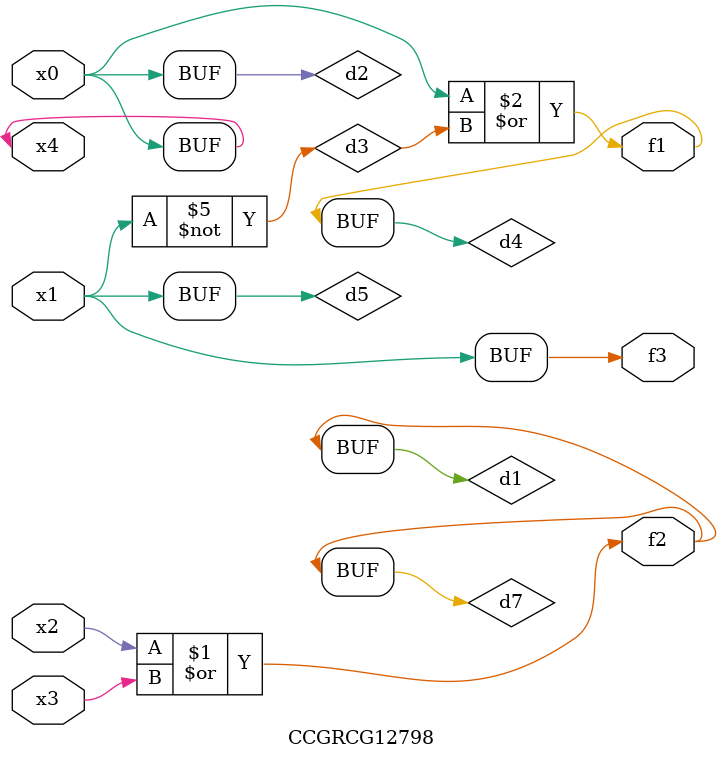
<source format=v>
module CCGRCG12798(
	input x0, x1, x2, x3, x4,
	output f1, f2, f3
);

	wire d1, d2, d3, d4, d5, d6, d7;

	or (d1, x2, x3);
	buf (d2, x0, x4);
	not (d3, x1);
	or (d4, d2, d3);
	not (d5, d3);
	nand (d6, d1, d3);
	or (d7, d1);
	assign f1 = d4;
	assign f2 = d7;
	assign f3 = d5;
endmodule

</source>
